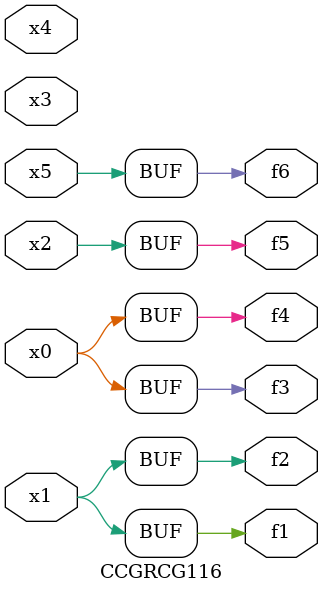
<source format=v>
module CCGRCG116(
	input x0, x1, x2, x3, x4, x5,
	output f1, f2, f3, f4, f5, f6
);
	assign f1 = x1;
	assign f2 = x1;
	assign f3 = x0;
	assign f4 = x0;
	assign f5 = x2;
	assign f6 = x5;
endmodule

</source>
